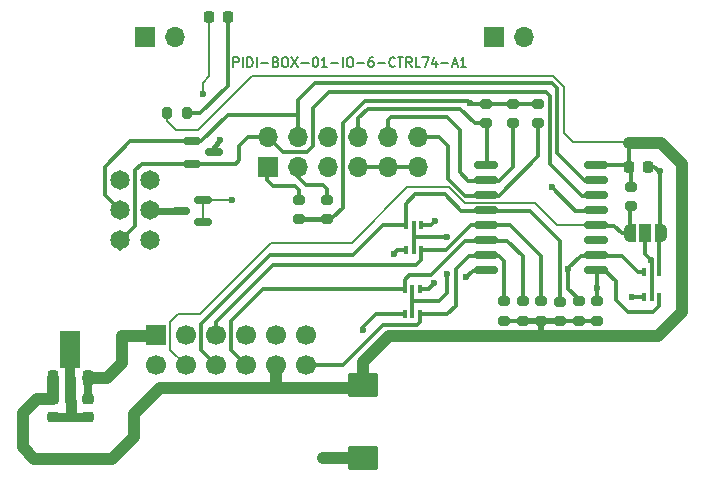
<source format=gbr>
%TF.GenerationSoftware,KiCad,Pcbnew,9.0.6*%
%TF.CreationDate,2025-12-26T20:18:53+00:00*%
%TF.ProjectId,PIDI-BOX-01-IO-6-CTRL74-A1,50494449-2d42-44f5-982d-30312d494f2d,rev?*%
%TF.SameCoordinates,Original*%
%TF.FileFunction,Copper,L1,Top*%
%TF.FilePolarity,Positive*%
%FSLAX46Y46*%
G04 Gerber Fmt 4.6, Leading zero omitted, Abs format (unit mm)*
G04 Created by KiCad (PCBNEW 9.0.6) date 2025-12-26 20:18:53*
%MOMM*%
%LPD*%
G01*
G04 APERTURE LIST*
G04 Aperture macros list*
%AMRoundRect*
0 Rectangle with rounded corners*
0 $1 Rounding radius*
0 $2 $3 $4 $5 $6 $7 $8 $9 X,Y pos of 4 corners*
0 Add a 4 corners polygon primitive as box body*
4,1,4,$2,$3,$4,$5,$6,$7,$8,$9,$2,$3,0*
0 Add four circle primitives for the rounded corners*
1,1,$1+$1,$2,$3*
1,1,$1+$1,$4,$5*
1,1,$1+$1,$6,$7*
1,1,$1+$1,$8,$9*
0 Add four rect primitives between the rounded corners*
20,1,$1+$1,$2,$3,$4,$5,0*
20,1,$1+$1,$4,$5,$6,$7,0*
20,1,$1+$1,$6,$7,$8,$9,0*
20,1,$1+$1,$8,$9,$2,$3,0*%
%AMFreePoly0*
4,1,23,0.550000,-0.750000,0.000000,-0.750000,0.000000,-0.745722,-0.065263,-0.745722,-0.191342,-0.711940,-0.304381,-0.646677,-0.396677,-0.554381,-0.461940,-0.441342,-0.495722,-0.315263,-0.495722,-0.250000,-0.500000,-0.250000,-0.500000,0.250000,-0.495722,0.250000,-0.495722,0.315263,-0.461940,0.441342,-0.396677,0.554381,-0.304381,0.646677,-0.191342,0.711940,-0.065263,0.745722,0.000000,0.745722,
0.000000,0.750000,0.550000,0.750000,0.550000,-0.750000,0.550000,-0.750000,$1*%
%AMFreePoly1*
4,1,23,0.000000,0.745722,0.065263,0.745722,0.191342,0.711940,0.304381,0.646677,0.396677,0.554381,0.461940,0.441342,0.495722,0.315263,0.495722,0.250000,0.500000,0.250000,0.500000,-0.250000,0.495722,-0.250000,0.495722,-0.315263,0.461940,-0.441342,0.396677,-0.554381,0.304381,-0.646677,0.191342,-0.711940,0.065263,-0.745722,0.000000,-0.745722,0.000000,-0.750000,-0.550000,-0.750000,
-0.550000,0.750000,0.000000,0.750000,0.000000,0.745722,0.000000,0.745722,$1*%
%AMFreePoly2*
4,1,9,3.862500,-0.866500,0.737500,-0.866500,0.737500,-0.450000,-0.737500,-0.450000,-0.737500,0.450000,0.737500,0.450000,0.737500,0.866500,3.862500,0.866500,3.862500,-0.866500,3.862500,-0.866500,$1*%
G04 Aperture macros list end*
%ADD10C,0.150000*%
%TA.AperFunction,NonConductor*%
%ADD11C,0.150000*%
%TD*%
%TA.AperFunction,SMDPad,CuDef*%
%ADD12RoundRect,0.200000X-0.275000X0.200000X-0.275000X-0.200000X0.275000X-0.200000X0.275000X0.200000X0*%
%TD*%
%TA.AperFunction,SMDPad,CuDef*%
%ADD13RoundRect,0.200000X0.275000X-0.200000X0.275000X0.200000X-0.275000X0.200000X-0.275000X-0.200000X0*%
%TD*%
%TA.AperFunction,ComponentPad*%
%ADD14R,1.700000X1.700000*%
%TD*%
%TA.AperFunction,ComponentPad*%
%ADD15O,1.700000X1.700000*%
%TD*%
%TA.AperFunction,SMDPad,CuDef*%
%ADD16FreePoly0,180.000000*%
%TD*%
%TA.AperFunction,SMDPad,CuDef*%
%ADD17R,1.000000X1.500000*%
%TD*%
%TA.AperFunction,SMDPad,CuDef*%
%ADD18FreePoly1,180.000000*%
%TD*%
%TA.AperFunction,SMDPad,CuDef*%
%ADD19RoundRect,0.150000X-0.587500X-0.150000X0.587500X-0.150000X0.587500X0.150000X-0.587500X0.150000X0*%
%TD*%
%TA.AperFunction,SMDPad,CuDef*%
%ADD20RoundRect,0.150000X0.587500X0.150000X-0.587500X0.150000X-0.587500X-0.150000X0.587500X-0.150000X0*%
%TD*%
%TA.AperFunction,ComponentPad*%
%ADD21C,1.650000*%
%TD*%
%TA.AperFunction,SMDPad,CuDef*%
%ADD22RoundRect,0.225000X-0.225000X-0.250000X0.225000X-0.250000X0.225000X0.250000X-0.225000X0.250000X0*%
%TD*%
%TA.AperFunction,SMDPad,CuDef*%
%ADD23RoundRect,0.225000X0.225000X-0.425000X0.225000X0.425000X-0.225000X0.425000X-0.225000X-0.425000X0*%
%TD*%
%TA.AperFunction,SMDPad,CuDef*%
%ADD24FreePoly2,90.000000*%
%TD*%
%TA.AperFunction,SMDPad,CuDef*%
%ADD25RoundRect,0.225000X-0.250000X0.225000X-0.250000X-0.225000X0.250000X-0.225000X0.250000X0.225000X0*%
%TD*%
%TA.AperFunction,ComponentPad*%
%ADD26C,1.700000*%
%TD*%
%TA.AperFunction,SMDPad,CuDef*%
%ADD27RoundRect,0.200000X-0.200000X-0.275000X0.200000X-0.275000X0.200000X0.275000X-0.200000X0.275000X0*%
%TD*%
%TA.AperFunction,SMDPad,CuDef*%
%ADD28R,0.355600X0.787400*%
%TD*%
%TA.AperFunction,SMDPad,CuDef*%
%ADD29RoundRect,0.218750X-0.218750X-0.256250X0.218750X-0.256250X0.218750X0.256250X-0.218750X0.256250X0*%
%TD*%
%TA.AperFunction,SMDPad,CuDef*%
%ADD30RoundRect,0.250000X-1.045000X0.785000X-1.045000X-0.785000X1.045000X-0.785000X1.045000X0.785000X0*%
%TD*%
%TA.AperFunction,SMDPad,CuDef*%
%ADD31RoundRect,0.150000X-0.875000X-0.150000X0.875000X-0.150000X0.875000X0.150000X-0.875000X0.150000X0*%
%TD*%
%TA.AperFunction,ViaPad*%
%ADD32C,0.600000*%
%TD*%
%TA.AperFunction,ViaPad*%
%ADD33C,1.000000*%
%TD*%
%TA.AperFunction,Conductor*%
%ADD34C,0.300000*%
%TD*%
%TA.AperFunction,Conductor*%
%ADD35C,0.200000*%
%TD*%
%TA.AperFunction,Conductor*%
%ADD36C,0.900000*%
%TD*%
%TA.AperFunction,Conductor*%
%ADD37C,0.800000*%
%TD*%
%TA.AperFunction,Conductor*%
%ADD38C,0.400000*%
%TD*%
%TA.AperFunction,Conductor*%
%ADD39C,0.600000*%
%TD*%
%TA.AperFunction,Conductor*%
%ADD40C,1.000000*%
%TD*%
%TA.AperFunction,Conductor*%
%ADD41C,0.700000*%
%TD*%
%TA.AperFunction,Conductor*%
%ADD42C,0.500000*%
%TD*%
G04 APERTURE END LIST*
D10*
D11*
X122259960Y-88794295D02*
X122259960Y-87994295D01*
X122259960Y-87994295D02*
X122564722Y-87994295D01*
X122564722Y-87994295D02*
X122640912Y-88032390D01*
X122640912Y-88032390D02*
X122679007Y-88070485D01*
X122679007Y-88070485D02*
X122717103Y-88146676D01*
X122717103Y-88146676D02*
X122717103Y-88260961D01*
X122717103Y-88260961D02*
X122679007Y-88337152D01*
X122679007Y-88337152D02*
X122640912Y-88375247D01*
X122640912Y-88375247D02*
X122564722Y-88413342D01*
X122564722Y-88413342D02*
X122259960Y-88413342D01*
X123059960Y-88794295D02*
X123059960Y-87994295D01*
X123440912Y-88794295D02*
X123440912Y-87994295D01*
X123440912Y-87994295D02*
X123631388Y-87994295D01*
X123631388Y-87994295D02*
X123745674Y-88032390D01*
X123745674Y-88032390D02*
X123821864Y-88108580D01*
X123821864Y-88108580D02*
X123859959Y-88184771D01*
X123859959Y-88184771D02*
X123898055Y-88337152D01*
X123898055Y-88337152D02*
X123898055Y-88451438D01*
X123898055Y-88451438D02*
X123859959Y-88603819D01*
X123859959Y-88603819D02*
X123821864Y-88680009D01*
X123821864Y-88680009D02*
X123745674Y-88756200D01*
X123745674Y-88756200D02*
X123631388Y-88794295D01*
X123631388Y-88794295D02*
X123440912Y-88794295D01*
X124240912Y-88794295D02*
X124240912Y-87994295D01*
X124621864Y-88489533D02*
X125231388Y-88489533D01*
X125879006Y-88375247D02*
X125993292Y-88413342D01*
X125993292Y-88413342D02*
X126031387Y-88451438D01*
X126031387Y-88451438D02*
X126069483Y-88527628D01*
X126069483Y-88527628D02*
X126069483Y-88641914D01*
X126069483Y-88641914D02*
X126031387Y-88718104D01*
X126031387Y-88718104D02*
X125993292Y-88756200D01*
X125993292Y-88756200D02*
X125917102Y-88794295D01*
X125917102Y-88794295D02*
X125612340Y-88794295D01*
X125612340Y-88794295D02*
X125612340Y-87994295D01*
X125612340Y-87994295D02*
X125879006Y-87994295D01*
X125879006Y-87994295D02*
X125955197Y-88032390D01*
X125955197Y-88032390D02*
X125993292Y-88070485D01*
X125993292Y-88070485D02*
X126031387Y-88146676D01*
X126031387Y-88146676D02*
X126031387Y-88222866D01*
X126031387Y-88222866D02*
X125993292Y-88299057D01*
X125993292Y-88299057D02*
X125955197Y-88337152D01*
X125955197Y-88337152D02*
X125879006Y-88375247D01*
X125879006Y-88375247D02*
X125612340Y-88375247D01*
X126564721Y-87994295D02*
X126717102Y-87994295D01*
X126717102Y-87994295D02*
X126793292Y-88032390D01*
X126793292Y-88032390D02*
X126869483Y-88108580D01*
X126869483Y-88108580D02*
X126907578Y-88260961D01*
X126907578Y-88260961D02*
X126907578Y-88527628D01*
X126907578Y-88527628D02*
X126869483Y-88680009D01*
X126869483Y-88680009D02*
X126793292Y-88756200D01*
X126793292Y-88756200D02*
X126717102Y-88794295D01*
X126717102Y-88794295D02*
X126564721Y-88794295D01*
X126564721Y-88794295D02*
X126488530Y-88756200D01*
X126488530Y-88756200D02*
X126412340Y-88680009D01*
X126412340Y-88680009D02*
X126374244Y-88527628D01*
X126374244Y-88527628D02*
X126374244Y-88260961D01*
X126374244Y-88260961D02*
X126412340Y-88108580D01*
X126412340Y-88108580D02*
X126488530Y-88032390D01*
X126488530Y-88032390D02*
X126564721Y-87994295D01*
X127174244Y-87994295D02*
X127707578Y-88794295D01*
X127707578Y-87994295D02*
X127174244Y-88794295D01*
X128012340Y-88489533D02*
X128621864Y-88489533D01*
X129155197Y-87994295D02*
X129231387Y-87994295D01*
X129231387Y-87994295D02*
X129307578Y-88032390D01*
X129307578Y-88032390D02*
X129345673Y-88070485D01*
X129345673Y-88070485D02*
X129383768Y-88146676D01*
X129383768Y-88146676D02*
X129421863Y-88299057D01*
X129421863Y-88299057D02*
X129421863Y-88489533D01*
X129421863Y-88489533D02*
X129383768Y-88641914D01*
X129383768Y-88641914D02*
X129345673Y-88718104D01*
X129345673Y-88718104D02*
X129307578Y-88756200D01*
X129307578Y-88756200D02*
X129231387Y-88794295D01*
X129231387Y-88794295D02*
X129155197Y-88794295D01*
X129155197Y-88794295D02*
X129079006Y-88756200D01*
X129079006Y-88756200D02*
X129040911Y-88718104D01*
X129040911Y-88718104D02*
X129002816Y-88641914D01*
X129002816Y-88641914D02*
X128964720Y-88489533D01*
X128964720Y-88489533D02*
X128964720Y-88299057D01*
X128964720Y-88299057D02*
X129002816Y-88146676D01*
X129002816Y-88146676D02*
X129040911Y-88070485D01*
X129040911Y-88070485D02*
X129079006Y-88032390D01*
X129079006Y-88032390D02*
X129155197Y-87994295D01*
X130183768Y-88794295D02*
X129726625Y-88794295D01*
X129955197Y-88794295D02*
X129955197Y-87994295D01*
X129955197Y-87994295D02*
X129879006Y-88108580D01*
X129879006Y-88108580D02*
X129802816Y-88184771D01*
X129802816Y-88184771D02*
X129726625Y-88222866D01*
X130526626Y-88489533D02*
X131136150Y-88489533D01*
X131517102Y-88794295D02*
X131517102Y-87994295D01*
X132050435Y-87994295D02*
X132202816Y-87994295D01*
X132202816Y-87994295D02*
X132279006Y-88032390D01*
X132279006Y-88032390D02*
X132355197Y-88108580D01*
X132355197Y-88108580D02*
X132393292Y-88260961D01*
X132393292Y-88260961D02*
X132393292Y-88527628D01*
X132393292Y-88527628D02*
X132355197Y-88680009D01*
X132355197Y-88680009D02*
X132279006Y-88756200D01*
X132279006Y-88756200D02*
X132202816Y-88794295D01*
X132202816Y-88794295D02*
X132050435Y-88794295D01*
X132050435Y-88794295D02*
X131974244Y-88756200D01*
X131974244Y-88756200D02*
X131898054Y-88680009D01*
X131898054Y-88680009D02*
X131859958Y-88527628D01*
X131859958Y-88527628D02*
X131859958Y-88260961D01*
X131859958Y-88260961D02*
X131898054Y-88108580D01*
X131898054Y-88108580D02*
X131974244Y-88032390D01*
X131974244Y-88032390D02*
X132050435Y-87994295D01*
X132736149Y-88489533D02*
X133345673Y-88489533D01*
X134069482Y-87994295D02*
X133917101Y-87994295D01*
X133917101Y-87994295D02*
X133840910Y-88032390D01*
X133840910Y-88032390D02*
X133802815Y-88070485D01*
X133802815Y-88070485D02*
X133726625Y-88184771D01*
X133726625Y-88184771D02*
X133688529Y-88337152D01*
X133688529Y-88337152D02*
X133688529Y-88641914D01*
X133688529Y-88641914D02*
X133726625Y-88718104D01*
X133726625Y-88718104D02*
X133764720Y-88756200D01*
X133764720Y-88756200D02*
X133840910Y-88794295D01*
X133840910Y-88794295D02*
X133993291Y-88794295D01*
X133993291Y-88794295D02*
X134069482Y-88756200D01*
X134069482Y-88756200D02*
X134107577Y-88718104D01*
X134107577Y-88718104D02*
X134145672Y-88641914D01*
X134145672Y-88641914D02*
X134145672Y-88451438D01*
X134145672Y-88451438D02*
X134107577Y-88375247D01*
X134107577Y-88375247D02*
X134069482Y-88337152D01*
X134069482Y-88337152D02*
X133993291Y-88299057D01*
X133993291Y-88299057D02*
X133840910Y-88299057D01*
X133840910Y-88299057D02*
X133764720Y-88337152D01*
X133764720Y-88337152D02*
X133726625Y-88375247D01*
X133726625Y-88375247D02*
X133688529Y-88451438D01*
X134488530Y-88489533D02*
X135098054Y-88489533D01*
X135936149Y-88718104D02*
X135898053Y-88756200D01*
X135898053Y-88756200D02*
X135783768Y-88794295D01*
X135783768Y-88794295D02*
X135707577Y-88794295D01*
X135707577Y-88794295D02*
X135593291Y-88756200D01*
X135593291Y-88756200D02*
X135517101Y-88680009D01*
X135517101Y-88680009D02*
X135479006Y-88603819D01*
X135479006Y-88603819D02*
X135440910Y-88451438D01*
X135440910Y-88451438D02*
X135440910Y-88337152D01*
X135440910Y-88337152D02*
X135479006Y-88184771D01*
X135479006Y-88184771D02*
X135517101Y-88108580D01*
X135517101Y-88108580D02*
X135593291Y-88032390D01*
X135593291Y-88032390D02*
X135707577Y-87994295D01*
X135707577Y-87994295D02*
X135783768Y-87994295D01*
X135783768Y-87994295D02*
X135898053Y-88032390D01*
X135898053Y-88032390D02*
X135936149Y-88070485D01*
X136164720Y-87994295D02*
X136621863Y-87994295D01*
X136393291Y-88794295D02*
X136393291Y-87994295D01*
X137345673Y-88794295D02*
X137079006Y-88413342D01*
X136888530Y-88794295D02*
X136888530Y-87994295D01*
X136888530Y-87994295D02*
X137193292Y-87994295D01*
X137193292Y-87994295D02*
X137269482Y-88032390D01*
X137269482Y-88032390D02*
X137307577Y-88070485D01*
X137307577Y-88070485D02*
X137345673Y-88146676D01*
X137345673Y-88146676D02*
X137345673Y-88260961D01*
X137345673Y-88260961D02*
X137307577Y-88337152D01*
X137307577Y-88337152D02*
X137269482Y-88375247D01*
X137269482Y-88375247D02*
X137193292Y-88413342D01*
X137193292Y-88413342D02*
X136888530Y-88413342D01*
X138069482Y-88794295D02*
X137688530Y-88794295D01*
X137688530Y-88794295D02*
X137688530Y-87994295D01*
X138259958Y-87994295D02*
X138793292Y-87994295D01*
X138793292Y-87994295D02*
X138450434Y-88794295D01*
X139440911Y-88260961D02*
X139440911Y-88794295D01*
X139250435Y-87956200D02*
X139059958Y-88527628D01*
X139059958Y-88527628D02*
X139555197Y-88527628D01*
X139859959Y-88489533D02*
X140469483Y-88489533D01*
X140812339Y-88565723D02*
X141193292Y-88565723D01*
X140736149Y-88794295D02*
X141002816Y-87994295D01*
X141002816Y-87994295D02*
X141269482Y-88794295D01*
X141955196Y-88794295D02*
X141498053Y-88794295D01*
X141726625Y-88794295D02*
X141726625Y-87994295D01*
X141726625Y-87994295D02*
X141650434Y-88108580D01*
X141650434Y-88108580D02*
X141574244Y-88184771D01*
X141574244Y-88184771D02*
X141498053Y-88222866D01*
D12*
%TO.P,R12,1*%
%TO.N,+5V*%
X155905200Y-98946200D03*
%TO.P,R12,2*%
%TO.N,Net-(IC2-P7)*%
X155905200Y-100596200D03*
%TD*%
D13*
%TO.P,R11,1*%
%TO.N,+5V*%
X151485600Y-110299000D03*
%TO.P,R11,2*%
%TO.N,P5*%
X151485600Y-108649000D03*
%TD*%
D12*
%TO.P,R1,1*%
%TO.N,Net-(J4-Pin_3)*%
X130149600Y-100038400D03*
%TO.P,R1,2*%
%TO.N,+5V*%
X130149600Y-101688400D03*
%TD*%
D14*
%TO.P,J4,1,Pin_1*%
%TO.N,Net-(J4-Pin_1)*%
X125183935Y-97258206D03*
D15*
%TO.P,J4,2,Pin_2*%
%TO.N,Net-(IC2-SCL)*%
X125183935Y-94718206D03*
%TO.P,J4,3,Pin_3*%
%TO.N,Net-(J4-Pin_3)*%
X127723935Y-97258206D03*
%TO.P,J4,4,Pin_4*%
%TO.N,Net-(IC2-SDA)*%
X127723935Y-94718206D03*
%TO.P,J4,5,Pin_5*%
%TO.N,/IO-ext(GPIO)*%
X130263935Y-97258206D03*
%TO.P,J4,6,Pin_6*%
%TO.N,Net-(IC2-~{INT})*%
X130263935Y-94718206D03*
%TO.P,J4,7,Pin_7*%
%TO.N,GND*%
X132803935Y-97258206D03*
%TO.P,J4,8,Pin_8*%
%TO.N,Net-(IC2-A0)*%
X132803935Y-94718206D03*
%TO.P,J4,9,Pin_9*%
%TO.N,GND*%
X135343935Y-97258206D03*
%TO.P,J4,10,Pin_10*%
%TO.N,Net-(IC2-A1)*%
X135343935Y-94718206D03*
%TO.P,J4,11,Pin_11*%
%TO.N,GND*%
X137883935Y-97258206D03*
%TO.P,J4,12,Pin_12*%
%TO.N,Net-(IC2-A2)*%
X137883935Y-94718206D03*
%TD*%
D12*
%TO.P,R4,1*%
%TO.N,+5V*%
X145897600Y-91923600D03*
%TO.P,R4,2*%
%TO.N,Net-(IC2-A1)*%
X145897600Y-93573600D03*
%TD*%
D16*
%TO.P,JP3,1,A*%
%TO.N,GND*%
X158424400Y-102870000D03*
D17*
%TO.P,JP3,2,C*%
%TO.N,SELECT*%
X157124400Y-102870000D03*
D18*
%TO.P,JP3,3,B*%
%TO.N,Net-(IC2-P7)*%
X155824400Y-102870000D03*
%TD*%
D12*
%TO.P,R2,1*%
%TO.N,Net-(J4-Pin_1)*%
X127800000Y-100025000D03*
%TO.P,R2,2*%
%TO.N,+5V*%
X127800000Y-101675000D03*
%TD*%
D19*
%TO.P,U1,1,1*%
%TO.N,Net-(IC2-SDA)*%
X118747300Y-95087400D03*
%TO.P,U1,2,2*%
%TO.N,Net-(IC2-SCL)*%
X118747300Y-96987400D03*
%TO.P,U1,3,3*%
%TO.N,GND*%
X120622300Y-96037400D03*
%TD*%
D20*
%TO.P,U2,1,1*%
%TO.N,/IO-ext(GPIO)*%
X119687500Y-101950000D03*
%TO.P,U2,2,2*%
X119687500Y-100050000D03*
%TO.P,U2,3,3*%
%TO.N,GND*%
X117812500Y-101000000D03*
%TD*%
D21*
%TO.P,J3,1*%
%TO.N,unconnected-(J3-Pad1)*%
X115180200Y-103479600D03*
%TO.P,J3,2*%
%TO.N,Net-(IC2-SCL)*%
X112640200Y-103479600D03*
%TO.P,J3,3*%
%TO.N,GND*%
X115180200Y-100939600D03*
%TO.P,J3,4*%
%TO.N,Net-(IC2-SDA)*%
X112640200Y-100939600D03*
%TO.P,J3,5*%
%TO.N,GND*%
X115180200Y-98399600D03*
%TO.P,J3,6*%
%TO.N,/IO-ext(GPIO)*%
X112640200Y-98399600D03*
%TD*%
D12*
%TO.P,R3,1*%
%TO.N,+5V*%
X143611600Y-91923600D03*
%TO.P,R3,2*%
%TO.N,Net-(IC2-A0)*%
X143611600Y-93573600D03*
%TD*%
D22*
%TO.P,C1,1*%
%TO.N,+5V*%
X155790600Y-97231200D03*
%TO.P,C1,2*%
%TO.N,GND*%
X157340600Y-97231200D03*
%TD*%
D14*
%TO.P,J1,1,Pin_1*%
%TO.N,unconnected-(J1-Pin_1-Pad1)*%
X144360935Y-86280000D03*
D15*
%TO.P,J1,2,Pin_2*%
%TO.N,unconnected-(J1-Pin_2-Pad2)*%
X146900935Y-86280000D03*
%TD*%
D13*
%TO.P,R7,1*%
%TO.N,+5V*%
X148336000Y-110299000D03*
%TO.P,R7,2*%
%TO.N,P1*%
X148336000Y-108649000D03*
%TD*%
%TO.P,R10,1*%
%TO.N,+5V*%
X153060400Y-110299000D03*
%TO.P,R10,2*%
%TO.N,P4*%
X153060400Y-108649000D03*
%TD*%
D23*
%TO.P,IC1,1,OUT*%
%TO.N,+5V*%
X106958000Y-115132400D03*
D24*
%TO.P,IC1,2,GND*%
%TO.N,GND*%
X108458000Y-115044900D03*
D23*
%TO.P,IC1,3,IN*%
%TO.N,/+12V*%
X109958000Y-115132400D03*
%TD*%
D25*
%TO.P,C4,1*%
%TO.N,+5V*%
X106984800Y-116890800D03*
%TO.P,C4,2*%
%TO.N,GND*%
X106984800Y-118440800D03*
%TD*%
D14*
%TO.P,J5,1,Pin_1*%
%TO.N,/+12V*%
X115671600Y-111500000D03*
D26*
%TO.P,J5,2,Pin_2*%
%TO.N,GND*%
X115671600Y-114040000D03*
%TO.P,J5,3,Pin_3*%
%TO.N,unconnected-(J5-Pin_3-Pad3)*%
X118211600Y-111500000D03*
%TO.P,J5,4,Pin_4*%
%TO.N,Net-(IC2-P7)*%
X118211600Y-114040000D03*
%TO.P,J5,5,Pin_5*%
%TO.N,P1*%
X120751600Y-111500000D03*
%TO.P,J5,6,Pin_6*%
%TO.N,P0*%
X120751600Y-114040000D03*
%TO.P,J5,7,Pin_7*%
%TO.N,P5*%
X123291600Y-111500000D03*
%TO.P,J5,8,Pin_8*%
%TO.N,P2*%
X123291600Y-114040000D03*
%TO.P,J5,9,Pin_9*%
%TO.N,unconnected-(J5-Pin_9-Pad9)*%
X125831600Y-111500000D03*
%TO.P,J5,10,Pin_10*%
%TO.N,+5V*%
X125831600Y-114040000D03*
%TO.P,J5,11,Pin_11*%
%TO.N,P4*%
X128371600Y-111500000D03*
%TO.P,J5,12,Pin_12*%
%TO.N,P3*%
X128371600Y-114040000D03*
%TD*%
D13*
%TO.P,R9,1*%
%TO.N,+5V*%
X145186400Y-110299000D03*
%TO.P,R9,2*%
%TO.N,P3*%
X145186400Y-108649000D03*
%TD*%
D12*
%TO.P,R5,1*%
%TO.N,+5V*%
X148031200Y-91923600D03*
%TO.P,R5,2*%
%TO.N,Net-(IC2-A2)*%
X148031200Y-93573600D03*
%TD*%
D27*
%TO.P,R13,1*%
%TO.N,+5V*%
X116675400Y-92710000D03*
%TO.P,R13,2*%
%TO.N,Net-(D1-A)*%
X118325400Y-92710000D03*
%TD*%
D28*
%TO.P,IC4,1,E_TR1*%
%TO.N,GND*%
X136764001Y-109728000D03*
%TO.P,IC4,2,B_TR1*%
%TO.N,SELECT*%
X137414000Y-109728000D03*
%TO.P,IC4,3,C_TR2*%
%TO.N,P3*%
X138063999Y-109728000D03*
%TO.P,IC4,4,E_TR2*%
%TO.N,GND*%
X138063999Y-107594400D03*
%TO.P,IC4,5,B_TR2*%
%TO.N,SELECT*%
X137414000Y-107594400D03*
%TO.P,IC4,6,C_TR1*%
%TO.N,P2*%
X136764001Y-107594400D03*
%TD*%
%TO.P,IC3,1,E_TR1*%
%TO.N,GND*%
X138165599Y-102158800D03*
%TO.P,IC3,2,B_TR1*%
%TO.N,SELECT*%
X137515600Y-102158800D03*
%TO.P,IC3,3,C_TR2*%
%TO.N,P0*%
X136865601Y-102158800D03*
%TO.P,IC3,4,E_TR2*%
%TO.N,GND*%
X136865601Y-104292400D03*
%TO.P,IC3,5,B_TR2*%
%TO.N,SELECT*%
X137515600Y-104292400D03*
%TO.P,IC3,6,C_TR1*%
%TO.N,P1*%
X138165599Y-104292400D03*
%TD*%
D29*
%TO.P,D1,1,K*%
%TO.N,GND*%
X120218100Y-84531200D03*
%TO.P,D1,2,A*%
%TO.N,Net-(D1-A)*%
X121793100Y-84531200D03*
%TD*%
D13*
%TO.P,R6,1*%
%TO.N,+5V*%
X149910800Y-110311200D03*
%TO.P,R6,2*%
%TO.N,P0*%
X149910800Y-108661200D03*
%TD*%
D28*
%TO.P,IC5,1,E_TR1*%
%TO.N,GND*%
X158333199Y-106121200D03*
%TO.P,IC5,2,B_TR1*%
%TO.N,SELECT*%
X157683200Y-106121200D03*
%TO.P,IC5,3,C_TR2*%
%TO.N,P5*%
X157033201Y-106121200D03*
%TO.P,IC5,4,E_TR2*%
%TO.N,GND*%
X157033201Y-108254800D03*
%TO.P,IC5,5,B_TR2*%
%TO.N,SELECT*%
X157683200Y-108254800D03*
%TO.P,IC5,6,C_TR1*%
%TO.N,P4*%
X158333199Y-108254800D03*
%TD*%
D30*
%TO.P,C3,1*%
%TO.N,+5V*%
X133248400Y-115687500D03*
%TO.P,C3,2*%
%TO.N,GND*%
X133248400Y-121927500D03*
%TD*%
D31*
%TO.P,IC2,1,A0*%
%TO.N,Net-(IC2-A0)*%
X143686000Y-97104200D03*
%TO.P,IC2,2,A1*%
%TO.N,Net-(IC2-A1)*%
X143686000Y-98374200D03*
%TO.P,IC2,3,A2*%
%TO.N,Net-(IC2-A2)*%
X143686000Y-99644200D03*
%TO.P,IC2,4,P0*%
%TO.N,P0*%
X143686000Y-100914200D03*
%TO.P,IC2,5,P1*%
%TO.N,P1*%
X143686000Y-102184200D03*
%TO.P,IC2,6,P2*%
%TO.N,P2*%
X143686000Y-103454200D03*
%TO.P,IC2,7,P3*%
%TO.N,P3*%
X143686000Y-104724200D03*
%TO.P,IC2,8,GND*%
%TO.N,GND*%
X143686000Y-105994200D03*
%TO.P,IC2,9,P4*%
%TO.N,P4*%
X152986000Y-105994200D03*
%TO.P,IC2,10,P5*%
%TO.N,P5*%
X152986000Y-104724200D03*
%TO.P,IC2,11,P6*%
%TO.N,unconnected-(IC2-P6-Pad11)*%
X152986000Y-103454200D03*
%TO.P,IC2,12,P7*%
%TO.N,Net-(IC2-P7)*%
X152986000Y-102184200D03*
%TO.P,IC2,13,~{INT}*%
%TO.N,Net-(IC2-~{INT})*%
X152986000Y-100914200D03*
%TO.P,IC2,14,SCL*%
%TO.N,Net-(IC2-SCL)*%
X152986000Y-99644200D03*
%TO.P,IC2,15,SDA*%
%TO.N,Net-(IC2-SDA)*%
X152986000Y-98374200D03*
%TO.P,IC2,16,VDD*%
%TO.N,+5V*%
X152986000Y-97104200D03*
%TD*%
D14*
%TO.P,J2,1,Pin_1*%
%TO.N,unconnected-(J2-Pin_1-Pad1)*%
X114810400Y-86280000D03*
D15*
%TO.P,J2,2,Pin_2*%
%TO.N,unconnected-(J2-Pin_2-Pad2)*%
X117350400Y-86280000D03*
%TD*%
D25*
%TO.P,C2,1*%
%TO.N,/+12V*%
X109982000Y-116877800D03*
%TO.P,C2,2*%
%TO.N,GND*%
X109982000Y-118427800D03*
%TD*%
D13*
%TO.P,R8,1*%
%TO.N,+5V*%
X146761200Y-110299000D03*
%TO.P,R8,2*%
%TO.N,P2*%
X146761200Y-108649000D03*
%TD*%
D32*
%TO.N,GND*%
X133248400Y-111099600D03*
D33*
X108508800Y-117094000D03*
D32*
X119659400Y-91109800D03*
X158343600Y-97637600D03*
X121158000Y-94996000D03*
X135839200Y-104597200D03*
X141986000Y-106578400D03*
X156006800Y-108254800D03*
X139268200Y-107111800D03*
X139344400Y-101803200D03*
D33*
X129844800Y-121920000D03*
D32*
%TO.N,SELECT*%
X157632399Y-105181400D03*
X140309600Y-103174800D03*
X140309600Y-106324400D03*
%TO.N,P4*%
X153060400Y-107492800D03*
%TO.N,P5*%
X150571200Y-105867200D03*
%TO.N,Net-(IC2-~{INT})*%
X149225000Y-98983800D03*
%TO.N,+5V*%
X155752800Y-95199200D03*
X142290800Y-91846400D03*
%TO.N,/IO-ext(GPIO)*%
X122148000Y-100050000D03*
%TD*%
D34*
%TO.N,P1*%
X140258800Y-104292400D02*
X142367000Y-102184200D01*
X120751600Y-110413800D02*
X125603000Y-105562400D01*
X148336000Y-104800400D02*
X148336000Y-108649000D01*
X143686000Y-102184200D02*
X145719800Y-102184200D01*
X137718800Y-105562400D02*
X138165599Y-105115601D01*
X142367000Y-102184200D02*
X143686000Y-102184200D01*
X138165599Y-104292400D02*
X140258800Y-104292400D01*
X125603000Y-105562400D02*
X137718800Y-105562400D01*
X120751600Y-111500000D02*
X120751600Y-110413800D01*
X138165599Y-105115601D02*
X138165599Y-104292400D01*
X145719800Y-102184200D02*
X148336000Y-104800400D01*
D35*
%TO.N,GND*%
X120218100Y-89585700D02*
X120218100Y-84531200D01*
D36*
X108458000Y-117043200D02*
X108508800Y-117094000D01*
D34*
X133248400Y-111099600D02*
X133248400Y-110820200D01*
X158343600Y-97637600D02*
X158343600Y-102789200D01*
D37*
X108432000Y-118440800D02*
X109969000Y-118440800D01*
D35*
X109969000Y-118440800D02*
X109982000Y-118427800D01*
D34*
X158333199Y-102961201D02*
X158424400Y-102870000D01*
X138785600Y-107594400D02*
X138063999Y-107594400D01*
X158292800Y-97637600D02*
X158343600Y-97637600D01*
D38*
X121158000Y-94996000D02*
X120622300Y-95531700D01*
D36*
X108508800Y-118364000D02*
X108508800Y-117094000D01*
D34*
X138988800Y-102158800D02*
X139344400Y-101803200D01*
D39*
X117812500Y-101000000D02*
X115240600Y-101000000D01*
D36*
X108458000Y-115146500D02*
X108458000Y-117043200D01*
D34*
X157886400Y-97231200D02*
X158292800Y-97637600D01*
D35*
X119659400Y-91109800D02*
X119659400Y-90144400D01*
D34*
X157340600Y-97231200D02*
X157886400Y-97231200D01*
D40*
X133248400Y-121920000D02*
X129844800Y-121920000D01*
D34*
X138165599Y-102158800D02*
X138988800Y-102158800D01*
X141986000Y-106578400D02*
X142519400Y-106045000D01*
D38*
X120622300Y-95531700D02*
X120622300Y-96037400D01*
D34*
X133248400Y-110820200D02*
X134340600Y-109728000D01*
D37*
X106984800Y-118440800D02*
X108432000Y-118440800D01*
D34*
X135343935Y-97258206D02*
X137883935Y-97258206D01*
X158333199Y-106121200D02*
X158333199Y-102961201D01*
D35*
X115240600Y-101000000D02*
X115180200Y-100939600D01*
D34*
X157033201Y-108254800D02*
X156006800Y-108254800D01*
X142519400Y-106045000D02*
X143686000Y-106045000D01*
X136865601Y-104292400D02*
X136144000Y-104292400D01*
X136144000Y-104292400D02*
X135839200Y-104597200D01*
X132803935Y-97258206D02*
X135343935Y-97258206D01*
X139268200Y-107111800D02*
X138785600Y-107594400D01*
X158343600Y-102789200D02*
X158424400Y-102870000D01*
D35*
X119659400Y-90144400D02*
X120218100Y-89585700D01*
D34*
X134340600Y-109728000D02*
X136764001Y-109728000D01*
%TO.N,SELECT*%
X157683200Y-105181400D02*
X157683200Y-106121200D01*
X140309600Y-103174800D02*
X137515600Y-103174800D01*
X157124400Y-104673401D02*
X157124400Y-102870000D01*
X137414000Y-109728000D02*
X137414000Y-108610400D01*
X157632399Y-105181400D02*
X157124400Y-104673401D01*
X139649200Y-108610400D02*
X137414000Y-108610400D01*
X157683200Y-106121200D02*
X157683200Y-108254800D01*
X137515600Y-102158800D02*
X137515600Y-103174800D01*
X140309600Y-106324400D02*
X140309600Y-107950000D01*
X137414000Y-108610400D02*
X137414000Y-107594400D01*
X140309600Y-107950000D02*
X139649200Y-108610400D01*
X137515600Y-103174800D02*
X137515600Y-104292400D01*
%TO.N,P0*%
X119481600Y-110566200D02*
X119481600Y-112770000D01*
X125347800Y-104700000D02*
X119481600Y-110566200D01*
X136865601Y-102158800D02*
X134924800Y-102158800D01*
X149910800Y-108661200D02*
X149910800Y-103530400D01*
X141554200Y-100965000D02*
X140157200Y-99568000D01*
X132383600Y-104700000D02*
X125347800Y-104700000D01*
X119481600Y-112770000D02*
X120751600Y-114040000D01*
X134924800Y-102158800D02*
X132383600Y-104700000D01*
X137668000Y-99568000D02*
X136865601Y-100370399D01*
X140157200Y-99568000D02*
X137668000Y-99568000D01*
X147345400Y-100965000D02*
X141554200Y-100965000D01*
X149910800Y-103530400D02*
X147345400Y-100965000D01*
X136865601Y-100370399D02*
X136865601Y-102158800D01*
%TO.N,P3*%
X141071600Y-109016800D02*
X140360400Y-109728000D01*
X131501800Y-114040000D02*
X134899400Y-110642400D01*
X144710999Y-104775000D02*
X142214600Y-104775000D01*
X141071600Y-105918000D02*
X141071600Y-109016800D01*
X140360400Y-109728000D02*
X138063999Y-109728000D01*
X137771100Y-110642400D02*
X138063999Y-110349501D01*
X128371600Y-114040000D02*
X131501800Y-114040000D01*
X134899400Y-110642400D02*
X137771100Y-110642400D01*
X142214600Y-104775000D02*
X141071600Y-105918000D01*
X145186400Y-108649000D02*
X145186400Y-105250401D01*
X145186400Y-105250401D02*
X144710999Y-104775000D01*
X138063999Y-110349501D02*
X138063999Y-109728000D01*
%TO.N,P2*%
X145465800Y-103505000D02*
X141909800Y-103505000D01*
X137160000Y-106426000D02*
X136764001Y-106821999D01*
X146761200Y-108649000D02*
X146761200Y-104800400D01*
X136764001Y-106821999D02*
X136764001Y-107594400D01*
X138988800Y-106426000D02*
X137160000Y-106426000D01*
X124739400Y-107594400D02*
X136764001Y-107594400D01*
X141909800Y-103505000D02*
X138988800Y-106426000D01*
X122021600Y-112770000D02*
X122021600Y-110312200D01*
X146761200Y-104800400D02*
X145465800Y-103505000D01*
X122021600Y-110312200D02*
X124739400Y-107594400D01*
X123291600Y-114040000D02*
X122021600Y-112770000D01*
%TO.N,P4*%
X153060400Y-108649000D02*
X153060400Y-106119400D01*
X154635200Y-108559600D02*
X155651200Y-109575600D01*
X158333199Y-109027201D02*
X158333199Y-108254800D01*
X152986000Y-106045000D02*
X153746200Y-106045000D01*
X153746200Y-106045000D02*
X154635200Y-106934000D01*
X153060400Y-106119400D02*
X152986000Y-106045000D01*
X154635200Y-106934000D02*
X154635200Y-108559600D01*
X155651200Y-109575600D02*
X157784800Y-109575600D01*
X157784800Y-109575600D02*
X158333199Y-109027201D01*
%TO.N,P5*%
X155168600Y-104775000D02*
X156514800Y-106121200D01*
X150622000Y-107594400D02*
X150622000Y-105816400D01*
X151485600Y-108649000D02*
X151485600Y-108458000D01*
X156514800Y-106121200D02*
X157033201Y-106121200D01*
X151485600Y-108458000D02*
X150622000Y-107594400D01*
X151663400Y-104775000D02*
X152986000Y-104775000D01*
X150622000Y-105816400D02*
X151663400Y-104775000D01*
X152986000Y-104775000D02*
X155168600Y-104775000D01*
%TO.N,Net-(IC2-~{INT})*%
X151180800Y-100939600D02*
X149225000Y-98983800D01*
X151206200Y-100965000D02*
X149225000Y-98983800D01*
X152986000Y-100965000D02*
X151206200Y-100965000D01*
D35*
%TO.N,Net-(IC2-P7)*%
X140486004Y-98958400D02*
X136991600Y-98958400D01*
X116916200Y-110363000D02*
X116916200Y-112744600D01*
D34*
X152986000Y-102235000D02*
X154508200Y-102235000D01*
D35*
X119405400Y-109702600D02*
X117576600Y-109702600D01*
X147989410Y-100514000D02*
X147987996Y-100514000D01*
D34*
X152960600Y-102260400D02*
X152986000Y-102235000D01*
D35*
X147788196Y-100314200D02*
X144752968Y-100314200D01*
X142619032Y-100314200D02*
X141841804Y-100314200D01*
D34*
X155824400Y-100677000D02*
X155905200Y-100596200D01*
D35*
X132267200Y-103682800D02*
X125425200Y-103682800D01*
X142620032Y-100313200D02*
X142619032Y-100314200D01*
D34*
X155824400Y-102870000D02*
X155824400Y-100677000D01*
X154508200Y-102235000D02*
X155143200Y-102870000D01*
D35*
X144752968Y-100314200D02*
X144751968Y-100313200D01*
X125425200Y-103682800D02*
X119405400Y-109702600D01*
D34*
X155143200Y-102870000D02*
X155824400Y-102870000D01*
D35*
X141841804Y-100314200D02*
X140486004Y-98958400D01*
X144751968Y-100313200D02*
X142620032Y-100313200D01*
X147987996Y-100514000D02*
X147788196Y-100314200D01*
X152986000Y-102184200D02*
X149659610Y-102184200D01*
X136991600Y-98958400D02*
X132267200Y-103682800D01*
X149659610Y-102184200D02*
X147989410Y-100514000D01*
X116916200Y-112744600D02*
X118211600Y-114040000D01*
X117576600Y-109702600D02*
X116916200Y-110363000D01*
D40*
%TO.N,/+12V*%
X112852200Y-111607600D02*
X112852200Y-113868200D01*
X115671600Y-111500000D02*
X115564000Y-111607600D01*
D41*
X109982000Y-116877800D02*
X109982000Y-115156400D01*
D40*
X115564000Y-111607600D02*
X112852200Y-111607600D01*
X111588000Y-115132400D02*
X109958000Y-115132400D01*
X112852200Y-113868200D02*
X111588000Y-115132400D01*
D41*
X109982000Y-115156400D02*
X109958000Y-115132400D01*
D34*
%TO.N,+5V*%
X152986000Y-97155000D02*
X153036800Y-97104200D01*
D35*
X130149600Y-101688400D02*
X127838200Y-101688400D01*
D34*
X143611600Y-91923600D02*
X142368000Y-91923600D01*
D35*
X151028400Y-95148400D02*
X155702000Y-95148400D01*
D40*
X135407400Y-111607600D02*
X158198000Y-111607600D01*
D35*
X155702000Y-95148400D02*
X155752800Y-95199200D01*
D34*
X131521200Y-93522800D02*
X133375400Y-91668600D01*
D38*
X130124200Y-101663000D02*
X130149600Y-101688400D01*
D34*
X143611600Y-91923600D02*
X145897600Y-91923600D01*
X142368000Y-91923600D02*
X142290800Y-91846400D01*
X142113000Y-91668600D02*
X142290800Y-91846400D01*
D40*
X133248400Y-115695000D02*
X133248400Y-113766600D01*
D34*
X155790600Y-97231200D02*
X155790600Y-95237000D01*
D40*
X160223200Y-109582400D02*
X160223200Y-96977200D01*
D42*
X149910800Y-110311200D02*
X148348200Y-110311200D01*
D40*
X133248400Y-113766600D02*
X135407400Y-111607600D01*
X104419400Y-118084600D02*
X105613200Y-116890800D01*
X116027200Y-115976400D02*
X113842800Y-118160800D01*
D35*
X127838200Y-101688400D02*
X127762000Y-101612200D01*
D38*
X127774200Y-101600000D02*
X127762000Y-101612200D01*
D42*
X146761200Y-110299000D02*
X148336000Y-110299000D01*
D34*
X153036800Y-97104200D02*
X155663600Y-97104200D01*
D35*
X117398800Y-94107000D02*
X119278400Y-94107000D01*
X116675400Y-93383600D02*
X117398800Y-94107000D01*
D40*
X158198000Y-111607600D02*
X160223200Y-109582400D01*
X125905800Y-115695000D02*
X125831600Y-115620800D01*
D34*
X130150000Y-101525000D02*
X130732600Y-101525000D01*
D38*
X127800000Y-101675000D02*
X127812000Y-101663000D01*
D40*
X113842800Y-118160800D02*
X113842800Y-120142000D01*
D38*
X127812000Y-101663000D02*
X130124200Y-101663000D01*
D35*
X149301200Y-89535000D02*
X150241000Y-90474800D01*
D34*
X145186400Y-110299000D02*
X145013700Y-110471700D01*
X155956000Y-97396600D02*
X155790600Y-97231200D01*
D35*
X123850400Y-89535000D02*
X149301200Y-89535000D01*
X119278400Y-94107000D02*
X123850400Y-89535000D01*
X150241000Y-94361000D02*
X151028400Y-95148400D01*
X116675400Y-92710000D02*
X116675400Y-93383600D01*
D34*
X151485600Y-110299000D02*
X153060400Y-110299000D01*
X148348200Y-110311200D02*
X148336000Y-110299000D01*
X149910800Y-110311200D02*
X151473400Y-110311200D01*
X155790600Y-95237000D02*
X155752800Y-95199200D01*
D40*
X132967000Y-115976400D02*
X116027200Y-115976400D01*
X113842800Y-120142000D02*
X111988600Y-121996200D01*
D34*
X155956000Y-99149400D02*
X155956000Y-97396600D01*
D40*
X158445200Y-95199200D02*
X155752800Y-95199200D01*
X106984800Y-116890800D02*
X106984800Y-115159200D01*
D34*
X133375400Y-91668600D02*
X142113000Y-91668600D01*
D40*
X106984800Y-115159200D02*
X106958000Y-115132400D01*
X104419400Y-121005600D02*
X104419400Y-118084600D01*
D34*
X145186400Y-110299000D02*
X146761200Y-110299000D01*
D40*
X111988600Y-121996200D02*
X105410000Y-121996200D01*
D42*
X148336000Y-110299000D02*
X148336000Y-111746400D01*
D34*
X130732600Y-101525000D02*
X131521200Y-100736400D01*
D40*
X105410000Y-121996200D02*
X104419400Y-121005600D01*
X105613200Y-116890800D02*
X106984800Y-116890800D01*
X133248400Y-115695000D02*
X132967000Y-115976400D01*
D34*
X151473400Y-110311200D02*
X151485600Y-110299000D01*
D35*
X150241000Y-90474800D02*
X150241000Y-94361000D01*
D34*
X155663600Y-97104200D02*
X155790600Y-97231200D01*
X145897600Y-91923600D02*
X148031200Y-91923600D01*
X145013700Y-110471700D02*
X145013700Y-110510300D01*
D40*
X125831600Y-115620800D02*
X125831600Y-114040000D01*
D34*
X131521200Y-100736400D02*
X131521200Y-93522800D01*
D40*
X160223200Y-96977200D02*
X158445200Y-95199200D01*
D34*
%TO.N,Net-(IC2-A2)*%
X140411200Y-98247200D02*
X140411200Y-95504000D01*
X143686000Y-99695000D02*
X141859000Y-99695000D01*
X148031200Y-96374799D02*
X144710999Y-99695000D01*
X148031200Y-93573600D02*
X148031200Y-95295799D01*
X144710999Y-99695000D02*
X143686000Y-99695000D01*
X148031200Y-95295799D02*
X148031200Y-96374799D01*
X139625406Y-94718206D02*
X137883935Y-94718206D01*
X141859000Y-99695000D02*
X140411200Y-98247200D01*
X140411200Y-95504000D02*
X139625406Y-94718206D01*
%TO.N,Net-(IC2-SDA)*%
X111353600Y-97256600D02*
X113522800Y-95087400D01*
X149275800Y-90195400D02*
X149656800Y-90576400D01*
X149656800Y-96062800D02*
X152019000Y-98425000D01*
X152019000Y-98425000D02*
X152986000Y-98425000D01*
X118747300Y-95087400D02*
X119542600Y-95087400D01*
X127723935Y-94718206D02*
X127723935Y-91630465D01*
X111353600Y-99653000D02*
X111353600Y-97256600D01*
X127723935Y-91630465D02*
X129159000Y-90195400D01*
X127609935Y-92850000D02*
X127723935Y-92964000D01*
X127723935Y-92964000D02*
X127723935Y-94718206D01*
X113522800Y-95087400D02*
X118747300Y-95087400D01*
X112640200Y-100939600D02*
X111353600Y-99653000D01*
X119542600Y-95087400D02*
X121780000Y-92850000D01*
X121780000Y-92850000D02*
X127609935Y-92850000D01*
X129159000Y-90195400D02*
X149275800Y-90195400D01*
X149656800Y-90576400D02*
X149656800Y-96062800D01*
%TO.N,Net-(IC2-A1)*%
X145897600Y-93573600D02*
X145897600Y-97238399D01*
X145897600Y-97238399D02*
X144710999Y-98425000D01*
X144710999Y-98425000D02*
X143686000Y-98425000D01*
X142163800Y-98425000D02*
X141427200Y-97688400D01*
X141427200Y-97688400D02*
X141427200Y-94132400D01*
X140309600Y-93014800D02*
X135585200Y-93014800D01*
X135343935Y-93256065D02*
X135343935Y-94718206D01*
X135585200Y-93014800D02*
X135343935Y-93256065D01*
X141427200Y-94132400D02*
X140309600Y-93014800D01*
X143686000Y-98425000D02*
X142163800Y-98425000D01*
%TO.N,Net-(IC2-SCL)*%
X122732800Y-96697800D02*
X122732800Y-95453200D01*
X122443200Y-96987400D02*
X122732800Y-96697800D01*
X118186200Y-96977200D02*
X118196400Y-96987400D01*
X114503200Y-96977200D02*
X118186200Y-96977200D01*
X149098000Y-91262200D02*
X149098000Y-96977200D01*
X148717000Y-90881200D02*
X149098000Y-91262200D01*
X122732800Y-95453200D02*
X123467794Y-94718206D01*
X118747300Y-96987400D02*
X122443200Y-96987400D01*
X125183935Y-94718206D02*
X126477729Y-96012000D01*
X149098000Y-96977200D02*
X151815800Y-99695000D01*
X151815800Y-99695000D02*
X152986000Y-99695000D01*
X113944400Y-102277000D02*
X113944400Y-97536000D01*
X118196400Y-96987400D02*
X118747300Y-96987400D01*
X126477729Y-96012000D02*
X128473200Y-96012000D01*
X118795800Y-97035900D02*
X118747300Y-96987400D01*
X128473200Y-96012000D02*
X128981200Y-95504000D01*
X112691000Y-104207400D02*
X112691000Y-103530400D01*
X128981200Y-92252800D02*
X130352800Y-90881200D01*
X128981200Y-95504000D02*
X128981200Y-92252800D01*
X123467794Y-94718206D02*
X125183935Y-94718206D01*
X112691000Y-103530400D02*
X113944400Y-102277000D01*
X152986000Y-99695000D02*
X152987200Y-99696200D01*
X113944400Y-97536000D02*
X114503200Y-96977200D01*
X130352800Y-90881200D02*
X148717000Y-90881200D01*
%TO.N,Net-(IC2-A0)*%
X143713200Y-97127800D02*
X143686000Y-97155000D01*
X133629400Y-92329000D02*
X141452600Y-92329000D01*
X132803935Y-93154465D02*
X133629400Y-92329000D01*
X141452600Y-92329000D02*
X142697200Y-93573600D01*
X132803935Y-94718206D02*
X132803935Y-93154465D01*
X143611600Y-93573600D02*
X143713200Y-93675200D01*
X142697200Y-93573600D02*
X143611600Y-93573600D01*
X143713200Y-93675200D02*
X143713200Y-97127800D01*
%TO.N,Net-(D1-A)*%
X118350800Y-92735400D02*
X118325400Y-92710000D01*
X121793100Y-84531200D02*
X121793100Y-90398500D01*
X119456200Y-92735400D02*
X118350800Y-92735400D01*
X121793100Y-90398500D02*
X119456200Y-92735400D01*
D35*
%TO.N,/IO-ext(GPIO)*%
X119687500Y-101950000D02*
X119687500Y-100050000D01*
X122148000Y-100050000D02*
X119687500Y-100050000D01*
D34*
%TO.N,Net-(J4-Pin_1)*%
X127850000Y-99250000D02*
X127800000Y-99300000D01*
X125650000Y-98900000D02*
X127500000Y-98900000D01*
X125272800Y-97347071D02*
X125183935Y-97258206D01*
X125183935Y-97258206D02*
X125100000Y-97342141D01*
X125100000Y-98350000D02*
X125650000Y-98900000D01*
X125100000Y-97342141D02*
X125100000Y-98350000D01*
X127800000Y-99300000D02*
X127800000Y-100025000D01*
X127500000Y-98900000D02*
X127850000Y-99250000D01*
%TO.N,Net-(J4-Pin_3)*%
X127723935Y-98123935D02*
X128400000Y-98800000D01*
X128400000Y-98800000D02*
X129850000Y-98800000D01*
X130150000Y-99100000D02*
X130150000Y-99875000D01*
X127762000Y-97296271D02*
X127723935Y-97258206D01*
X129850000Y-98800000D02*
X130150000Y-99100000D01*
X127723935Y-97258206D02*
X127723935Y-98123935D01*
%TD*%
M02*

</source>
